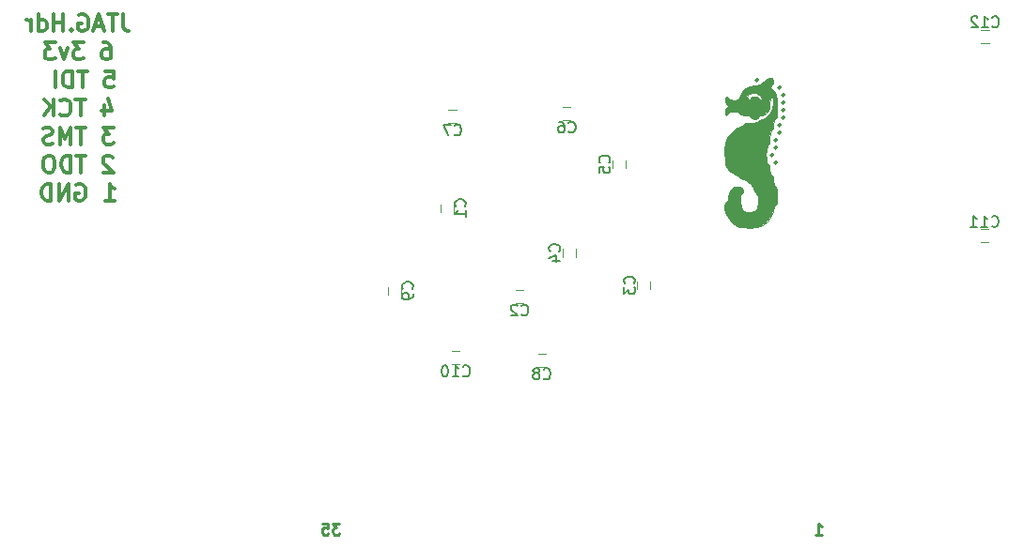
<source format=gbo>
G04 #@! TF.FileFunction,Legend,Bot*
%FSLAX46Y46*%
G04 Gerber Fmt 4.6, Leading zero omitted, Abs format (unit mm)*
G04 Created by KiCad (PCBNEW 4.0.7) date 02/07/19 17:37:47*
%MOMM*%
%LPD*%
G01*
G04 APERTURE LIST*
%ADD10C,0.100000*%
%ADD11C,0.250000*%
%ADD12C,0.300000*%
%ADD13C,0.120000*%
%ADD14C,0.010000*%
%ADD15C,0.150000*%
G04 APERTURE END LIST*
D10*
D11*
X121809524Y-118952381D02*
X121190476Y-118952381D01*
X121523810Y-119333333D01*
X121380952Y-119333333D01*
X121285714Y-119380952D01*
X121238095Y-119428571D01*
X121190476Y-119523810D01*
X121190476Y-119761905D01*
X121238095Y-119857143D01*
X121285714Y-119904762D01*
X121380952Y-119952381D01*
X121666667Y-119952381D01*
X121761905Y-119904762D01*
X121809524Y-119857143D01*
X120285714Y-118952381D02*
X120761905Y-118952381D01*
X120809524Y-119428571D01*
X120761905Y-119380952D01*
X120666667Y-119333333D01*
X120428571Y-119333333D01*
X120333333Y-119380952D01*
X120285714Y-119428571D01*
X120238095Y-119523810D01*
X120238095Y-119761905D01*
X120285714Y-119857143D01*
X120333333Y-119904762D01*
X120428571Y-119952381D01*
X120666667Y-119952381D01*
X120761905Y-119904762D01*
X120809524Y-119857143D01*
X164714285Y-119952381D02*
X165285714Y-119952381D01*
X165000000Y-119952381D02*
X165000000Y-118952381D01*
X165095238Y-119095238D01*
X165190476Y-119190476D01*
X165285714Y-119238095D01*
D12*
X102285714Y-73028571D02*
X102285714Y-74100000D01*
X102357142Y-74314286D01*
X102499999Y-74457143D01*
X102714285Y-74528571D01*
X102857142Y-74528571D01*
X101785714Y-73028571D02*
X100928571Y-73028571D01*
X101357142Y-74528571D02*
X101357142Y-73028571D01*
X100500000Y-74100000D02*
X99785714Y-74100000D01*
X100642857Y-74528571D02*
X100142857Y-73028571D01*
X99642857Y-74528571D01*
X98357143Y-73100000D02*
X98500000Y-73028571D01*
X98714286Y-73028571D01*
X98928571Y-73100000D01*
X99071429Y-73242857D01*
X99142857Y-73385714D01*
X99214286Y-73671429D01*
X99214286Y-73885714D01*
X99142857Y-74171429D01*
X99071429Y-74314286D01*
X98928571Y-74457143D01*
X98714286Y-74528571D01*
X98571429Y-74528571D01*
X98357143Y-74457143D01*
X98285714Y-74385714D01*
X98285714Y-73885714D01*
X98571429Y-73885714D01*
X97642857Y-74385714D02*
X97571429Y-74457143D01*
X97642857Y-74528571D01*
X97714286Y-74457143D01*
X97642857Y-74385714D01*
X97642857Y-74528571D01*
X96928571Y-74528571D02*
X96928571Y-73028571D01*
X96928571Y-73742857D02*
X96071428Y-73742857D01*
X96071428Y-74528571D02*
X96071428Y-73028571D01*
X94714285Y-74528571D02*
X94714285Y-73028571D01*
X94714285Y-74457143D02*
X94857142Y-74528571D01*
X95142856Y-74528571D01*
X95285714Y-74457143D01*
X95357142Y-74385714D01*
X95428571Y-74242857D01*
X95428571Y-73814286D01*
X95357142Y-73671429D01*
X95285714Y-73600000D01*
X95142856Y-73528571D01*
X94857142Y-73528571D01*
X94714285Y-73600000D01*
X93999999Y-74528571D02*
X93999999Y-73528571D01*
X93999999Y-73814286D02*
X93928571Y-73671429D01*
X93857142Y-73600000D01*
X93714285Y-73528571D01*
X93571428Y-73528571D01*
X100535713Y-75578571D02*
X100821427Y-75578571D01*
X100964284Y-75650000D01*
X101035713Y-75721429D01*
X101178570Y-75935714D01*
X101249999Y-76221429D01*
X101249999Y-76792857D01*
X101178570Y-76935714D01*
X101107142Y-77007143D01*
X100964284Y-77078571D01*
X100678570Y-77078571D01*
X100535713Y-77007143D01*
X100464284Y-76935714D01*
X100392856Y-76792857D01*
X100392856Y-76435714D01*
X100464284Y-76292857D01*
X100535713Y-76221429D01*
X100678570Y-76150000D01*
X100964284Y-76150000D01*
X101107142Y-76221429D01*
X101178570Y-76292857D01*
X101249999Y-76435714D01*
X98749999Y-75578571D02*
X97821428Y-75578571D01*
X98321428Y-76150000D01*
X98107142Y-76150000D01*
X97964285Y-76221429D01*
X97892856Y-76292857D01*
X97821428Y-76435714D01*
X97821428Y-76792857D01*
X97892856Y-76935714D01*
X97964285Y-77007143D01*
X98107142Y-77078571D01*
X98535714Y-77078571D01*
X98678571Y-77007143D01*
X98749999Y-76935714D01*
X97321428Y-76078571D02*
X96964285Y-77078571D01*
X96607143Y-76078571D01*
X96178571Y-75578571D02*
X95250000Y-75578571D01*
X95750000Y-76150000D01*
X95535714Y-76150000D01*
X95392857Y-76221429D01*
X95321428Y-76292857D01*
X95250000Y-76435714D01*
X95250000Y-76792857D01*
X95321428Y-76935714D01*
X95392857Y-77007143D01*
X95535714Y-77078571D01*
X95964286Y-77078571D01*
X96107143Y-77007143D01*
X96178571Y-76935714D01*
X100714285Y-78128571D02*
X101428571Y-78128571D01*
X101500000Y-78842857D01*
X101428571Y-78771429D01*
X101285714Y-78700000D01*
X100928571Y-78700000D01*
X100785714Y-78771429D01*
X100714285Y-78842857D01*
X100642857Y-78985714D01*
X100642857Y-79342857D01*
X100714285Y-79485714D01*
X100785714Y-79557143D01*
X100928571Y-79628571D01*
X101285714Y-79628571D01*
X101428571Y-79557143D01*
X101500000Y-79485714D01*
X99071429Y-78128571D02*
X98214286Y-78128571D01*
X98642857Y-79628571D02*
X98642857Y-78128571D01*
X97714286Y-79628571D02*
X97714286Y-78128571D01*
X97357143Y-78128571D01*
X97142858Y-78200000D01*
X97000000Y-78342857D01*
X96928572Y-78485714D01*
X96857143Y-78771429D01*
X96857143Y-78985714D01*
X96928572Y-79271429D01*
X97000000Y-79414286D01*
X97142858Y-79557143D01*
X97357143Y-79628571D01*
X97714286Y-79628571D01*
X96214286Y-79628571D02*
X96214286Y-78128571D01*
X100607142Y-81178571D02*
X100607142Y-82178571D01*
X100964285Y-80607143D02*
X101321428Y-81678571D01*
X100392856Y-81678571D01*
X98892857Y-80678571D02*
X98035714Y-80678571D01*
X98464285Y-82178571D02*
X98464285Y-80678571D01*
X96678571Y-82035714D02*
X96750000Y-82107143D01*
X96964286Y-82178571D01*
X97107143Y-82178571D01*
X97321428Y-82107143D01*
X97464286Y-81964286D01*
X97535714Y-81821429D01*
X97607143Y-81535714D01*
X97607143Y-81321429D01*
X97535714Y-81035714D01*
X97464286Y-80892857D01*
X97321428Y-80750000D01*
X97107143Y-80678571D01*
X96964286Y-80678571D01*
X96750000Y-80750000D01*
X96678571Y-80821429D01*
X96035714Y-82178571D02*
X96035714Y-80678571D01*
X95178571Y-82178571D02*
X95821428Y-81321429D01*
X95178571Y-80678571D02*
X96035714Y-81535714D01*
X101464285Y-83228571D02*
X100535714Y-83228571D01*
X101035714Y-83800000D01*
X100821428Y-83800000D01*
X100678571Y-83871429D01*
X100607142Y-83942857D01*
X100535714Y-84085714D01*
X100535714Y-84442857D01*
X100607142Y-84585714D01*
X100678571Y-84657143D01*
X100821428Y-84728571D01*
X101250000Y-84728571D01*
X101392857Y-84657143D01*
X101464285Y-84585714D01*
X98964286Y-83228571D02*
X98107143Y-83228571D01*
X98535714Y-84728571D02*
X98535714Y-83228571D01*
X97607143Y-84728571D02*
X97607143Y-83228571D01*
X97107143Y-84300000D01*
X96607143Y-83228571D01*
X96607143Y-84728571D01*
X95964286Y-84657143D02*
X95750000Y-84728571D01*
X95392857Y-84728571D01*
X95250000Y-84657143D01*
X95178571Y-84585714D01*
X95107143Y-84442857D01*
X95107143Y-84300000D01*
X95178571Y-84157143D01*
X95250000Y-84085714D01*
X95392857Y-84014286D01*
X95678571Y-83942857D01*
X95821429Y-83871429D01*
X95892857Y-83800000D01*
X95964286Y-83657143D01*
X95964286Y-83514286D01*
X95892857Y-83371429D01*
X95821429Y-83300000D01*
X95678571Y-83228571D01*
X95321429Y-83228571D01*
X95107143Y-83300000D01*
X101357143Y-85921429D02*
X101285714Y-85850000D01*
X101142857Y-85778571D01*
X100785714Y-85778571D01*
X100642857Y-85850000D01*
X100571428Y-85921429D01*
X100500000Y-86064286D01*
X100500000Y-86207143D01*
X100571428Y-86421429D01*
X101428571Y-87278571D01*
X100500000Y-87278571D01*
X98928572Y-85778571D02*
X98071429Y-85778571D01*
X98500000Y-87278571D02*
X98500000Y-85778571D01*
X97571429Y-87278571D02*
X97571429Y-85778571D01*
X97214286Y-85778571D01*
X97000001Y-85850000D01*
X96857143Y-85992857D01*
X96785715Y-86135714D01*
X96714286Y-86421429D01*
X96714286Y-86635714D01*
X96785715Y-86921429D01*
X96857143Y-87064286D01*
X97000001Y-87207143D01*
X97214286Y-87278571D01*
X97571429Y-87278571D01*
X95785715Y-85778571D02*
X95500001Y-85778571D01*
X95357143Y-85850000D01*
X95214286Y-85992857D01*
X95142858Y-86278571D01*
X95142858Y-86778571D01*
X95214286Y-87064286D01*
X95357143Y-87207143D01*
X95500001Y-87278571D01*
X95785715Y-87278571D01*
X95928572Y-87207143D01*
X96071429Y-87064286D01*
X96142858Y-86778571D01*
X96142858Y-86278571D01*
X96071429Y-85992857D01*
X95928572Y-85850000D01*
X95785715Y-85778571D01*
X100678571Y-89828571D02*
X101535714Y-89828571D01*
X101107142Y-89828571D02*
X101107142Y-88328571D01*
X101249999Y-88542857D01*
X101392857Y-88685714D01*
X101535714Y-88757143D01*
X98107143Y-88400000D02*
X98250000Y-88328571D01*
X98464286Y-88328571D01*
X98678571Y-88400000D01*
X98821429Y-88542857D01*
X98892857Y-88685714D01*
X98964286Y-88971429D01*
X98964286Y-89185714D01*
X98892857Y-89471429D01*
X98821429Y-89614286D01*
X98678571Y-89757143D01*
X98464286Y-89828571D01*
X98321429Y-89828571D01*
X98107143Y-89757143D01*
X98035714Y-89685714D01*
X98035714Y-89185714D01*
X98321429Y-89185714D01*
X97392857Y-89828571D02*
X97392857Y-88328571D01*
X96535714Y-89828571D01*
X96535714Y-88328571D01*
X95821428Y-89828571D02*
X95821428Y-88328571D01*
X95464285Y-88328571D01*
X95250000Y-88400000D01*
X95107142Y-88542857D01*
X95035714Y-88685714D01*
X94964285Y-88971429D01*
X94964285Y-89185714D01*
X95035714Y-89471429D01*
X95107142Y-89614286D01*
X95250000Y-89757143D01*
X95464285Y-89828571D01*
X95821428Y-89828571D01*
D13*
X132100000Y-90850000D02*
X132100000Y-90150000D01*
X130900000Y-90150000D02*
X130900000Y-90850000D01*
X137700000Y-99100000D02*
X138400000Y-99100000D01*
X138400000Y-97900000D02*
X137700000Y-97900000D01*
X141900000Y-94200000D02*
X141900000Y-94900000D01*
X143100000Y-94900000D02*
X143100000Y-94200000D01*
X146400000Y-86200000D02*
X146400000Y-86900000D01*
X147600000Y-86900000D02*
X147600000Y-86200000D01*
X131650000Y-82850000D02*
X132350000Y-82850000D01*
X132350000Y-81650000D02*
X131650000Y-81650000D01*
X180300000Y-92400000D02*
X179600000Y-92400000D01*
X179600000Y-93600000D02*
X180300000Y-93600000D01*
X180350000Y-74400000D02*
X179650000Y-74400000D01*
X179650000Y-75600000D02*
X180350000Y-75600000D01*
X148650000Y-97100000D02*
X148650000Y-97800000D01*
X149850000Y-97800000D02*
X149850000Y-97100000D01*
X141950000Y-82600000D02*
X142650000Y-82600000D01*
X142650000Y-81400000D02*
X141950000Y-81400000D01*
X139700000Y-104850000D02*
X140400000Y-104850000D01*
X140400000Y-103650000D02*
X139700000Y-103650000D01*
X127350000Y-98300000D02*
X127350000Y-97600000D01*
X126150000Y-97600000D02*
X126150000Y-98300000D01*
X131950000Y-104600000D02*
X132650000Y-104600000D01*
X132650000Y-103400000D02*
X131950000Y-103400000D01*
D14*
G36*
X160242126Y-78904833D02*
X160096666Y-79065334D01*
X159689563Y-79347840D01*
X159289588Y-79404000D01*
X158787895Y-79520309D01*
X158317086Y-79812257D01*
X157986186Y-80194379D01*
X157895333Y-80496970D01*
X157755257Y-80702064D01*
X157387333Y-80758667D01*
X157030650Y-80709618D01*
X156879372Y-80591440D01*
X156879333Y-80589334D01*
X156750475Y-80424921D01*
X156710000Y-80420000D01*
X156567511Y-80547992D01*
X156553398Y-80824907D01*
X156658569Y-81090155D01*
X156752333Y-81167889D01*
X156876862Y-81279095D01*
X156752333Y-81365445D01*
X156591292Y-81565208D01*
X156545022Y-81856401D01*
X156622611Y-82078434D01*
X156710000Y-82113334D01*
X156874413Y-81984475D01*
X156879333Y-81944000D01*
X157026478Y-81825106D01*
X157381013Y-81774680D01*
X157387333Y-81774667D01*
X157744017Y-81823715D01*
X157895294Y-81941893D01*
X157895333Y-81944000D01*
X158042478Y-82062895D01*
X158397013Y-82113320D01*
X158403333Y-82113334D01*
X158760017Y-82162382D01*
X158911294Y-82280560D01*
X158911333Y-82282667D01*
X159053158Y-82420247D01*
X159250000Y-82452000D01*
X159525161Y-82381088D01*
X159588666Y-82282667D01*
X159726635Y-82134394D01*
X159854762Y-82113333D01*
X160259323Y-81961682D01*
X160523534Y-81549717D01*
X160604666Y-81024762D01*
X160646406Y-80628249D01*
X160652953Y-80615409D01*
X159908146Y-80615409D01*
X159839982Y-80750287D01*
X159758000Y-80758667D01*
X159593587Y-80629808D01*
X159588666Y-80589334D01*
X159446842Y-80451753D01*
X159250000Y-80420000D01*
X158974839Y-80490913D01*
X158911333Y-80589334D01*
X158782475Y-80753746D01*
X158742000Y-80758667D01*
X158604419Y-80616842D01*
X158572666Y-80420000D01*
X158705845Y-80169486D01*
X159025370Y-80073762D01*
X159411230Y-80143265D01*
X159685428Y-80323238D01*
X159908146Y-80615409D01*
X160652953Y-80615409D01*
X160749298Y-80426465D01*
X160774000Y-80420000D01*
X160885348Y-80568994D01*
X160941652Y-80935945D01*
X160943333Y-81020364D01*
X160828832Y-81546270D01*
X160539215Y-82029109D01*
X160155314Y-82363003D01*
X159850363Y-82452000D01*
X159620124Y-82541086D01*
X159588666Y-82621334D01*
X159438442Y-82727370D01*
X159063164Y-82786349D01*
X158911333Y-82790667D01*
X158487185Y-82828223D01*
X158251272Y-82922043D01*
X158234000Y-82960000D01*
X158096459Y-83109310D01*
X157974355Y-83129334D01*
X157709030Y-83242103D01*
X157329306Y-83528460D01*
X157127689Y-83716356D01*
X156819005Y-84046798D01*
X156643225Y-84338567D01*
X156563096Y-84704975D01*
X156541369Y-85259336D01*
X156540666Y-85502053D01*
X156555681Y-86162500D01*
X156618553Y-86588798D01*
X156756021Y-86884805D01*
X156956303Y-87116364D01*
X157310699Y-87399952D01*
X157614034Y-87530958D01*
X157633636Y-87532000D01*
X157863876Y-87621086D01*
X157895333Y-87701334D01*
X158033012Y-87850312D01*
X158157030Y-87870667D01*
X158479288Y-87999354D01*
X158847170Y-88306894D01*
X159142891Y-88675503D01*
X159250000Y-88963637D01*
X159339086Y-89193876D01*
X159419333Y-89225334D01*
X159543788Y-89368073D01*
X159586000Y-89713431D01*
X159552183Y-90137116D01*
X159448552Y-90514834D01*
X159346762Y-90676762D01*
X158918973Y-90893177D01*
X158431347Y-90857724D01*
X158137238Y-90676762D01*
X157991583Y-90395504D01*
X157911705Y-89987536D01*
X157903819Y-89577150D01*
X157974138Y-89288637D01*
X158064666Y-89225334D01*
X158202247Y-89083509D01*
X158234000Y-88886667D01*
X158100822Y-88636152D01*
X157781296Y-88540428D01*
X157395437Y-88609932D01*
X157121238Y-88789905D01*
X156932877Y-89141269D01*
X156879333Y-89467238D01*
X156822838Y-89791209D01*
X156710000Y-89902667D01*
X156598499Y-90051625D01*
X156542288Y-90418332D01*
X156540666Y-90500978D01*
X156618308Y-90986807D01*
X156895056Y-91435424D01*
X157127689Y-91686311D01*
X157479678Y-92011196D01*
X157790913Y-92185701D01*
X158188983Y-92254294D01*
X158778689Y-92261695D01*
X159385674Y-92239083D01*
X159779791Y-92157294D01*
X160086571Y-91970617D01*
X160393000Y-91673839D01*
X160759607Y-91191888D01*
X160936804Y-90748794D01*
X160943333Y-90669478D01*
X161000704Y-90348954D01*
X161112666Y-90241334D01*
X161209262Y-90089040D01*
X161270572Y-89699649D01*
X161282000Y-89394667D01*
X161251541Y-88911692D01*
X161173663Y-88605137D01*
X161112666Y-88548000D01*
X160993772Y-88400855D01*
X160943346Y-88046320D01*
X160943333Y-88040000D01*
X160894285Y-87683317D01*
X160776107Y-87532039D01*
X160774000Y-87532000D01*
X160655105Y-87384855D01*
X160604680Y-87030320D01*
X160604666Y-87024000D01*
X160555618Y-86667317D01*
X160437440Y-86516039D01*
X160435333Y-86516000D01*
X160338738Y-86363706D01*
X160277427Y-85974316D01*
X160266000Y-85669334D01*
X160296459Y-85186358D01*
X160374337Y-84879804D01*
X160435333Y-84822667D01*
X160541370Y-84672443D01*
X160600349Y-84297164D01*
X160604666Y-84145334D01*
X160642223Y-83721186D01*
X160736042Y-83485272D01*
X160774000Y-83468000D01*
X160892894Y-83320855D01*
X160943320Y-82966320D01*
X160943333Y-82960000D01*
X160992382Y-82603317D01*
X161110560Y-82452039D01*
X161112666Y-82452000D01*
X161200714Y-82296177D01*
X161261148Y-81882030D01*
X161282000Y-81328862D01*
X161264057Y-80687073D01*
X161192498Y-80280809D01*
X161040728Y-80008008D01*
X160901000Y-79866731D01*
X160665549Y-79592271D01*
X160731666Y-79451758D01*
X160908835Y-79240648D01*
X160943333Y-79051222D01*
X160830440Y-78788668D01*
X160561722Y-78740455D01*
X160242126Y-78904833D01*
X160242126Y-78904833D01*
G37*
X160242126Y-78904833D02*
X160096666Y-79065334D01*
X159689563Y-79347840D01*
X159289588Y-79404000D01*
X158787895Y-79520309D01*
X158317086Y-79812257D01*
X157986186Y-80194379D01*
X157895333Y-80496970D01*
X157755257Y-80702064D01*
X157387333Y-80758667D01*
X157030650Y-80709618D01*
X156879372Y-80591440D01*
X156879333Y-80589334D01*
X156750475Y-80424921D01*
X156710000Y-80420000D01*
X156567511Y-80547992D01*
X156553398Y-80824907D01*
X156658569Y-81090155D01*
X156752333Y-81167889D01*
X156876862Y-81279095D01*
X156752333Y-81365445D01*
X156591292Y-81565208D01*
X156545022Y-81856401D01*
X156622611Y-82078434D01*
X156710000Y-82113334D01*
X156874413Y-81984475D01*
X156879333Y-81944000D01*
X157026478Y-81825106D01*
X157381013Y-81774680D01*
X157387333Y-81774667D01*
X157744017Y-81823715D01*
X157895294Y-81941893D01*
X157895333Y-81944000D01*
X158042478Y-82062895D01*
X158397013Y-82113320D01*
X158403333Y-82113334D01*
X158760017Y-82162382D01*
X158911294Y-82280560D01*
X158911333Y-82282667D01*
X159053158Y-82420247D01*
X159250000Y-82452000D01*
X159525161Y-82381088D01*
X159588666Y-82282667D01*
X159726635Y-82134394D01*
X159854762Y-82113333D01*
X160259323Y-81961682D01*
X160523534Y-81549717D01*
X160604666Y-81024762D01*
X160646406Y-80628249D01*
X160652953Y-80615409D01*
X159908146Y-80615409D01*
X159839982Y-80750287D01*
X159758000Y-80758667D01*
X159593587Y-80629808D01*
X159588666Y-80589334D01*
X159446842Y-80451753D01*
X159250000Y-80420000D01*
X158974839Y-80490913D01*
X158911333Y-80589334D01*
X158782475Y-80753746D01*
X158742000Y-80758667D01*
X158604419Y-80616842D01*
X158572666Y-80420000D01*
X158705845Y-80169486D01*
X159025370Y-80073762D01*
X159411230Y-80143265D01*
X159685428Y-80323238D01*
X159908146Y-80615409D01*
X160652953Y-80615409D01*
X160749298Y-80426465D01*
X160774000Y-80420000D01*
X160885348Y-80568994D01*
X160941652Y-80935945D01*
X160943333Y-81020364D01*
X160828832Y-81546270D01*
X160539215Y-82029109D01*
X160155314Y-82363003D01*
X159850363Y-82452000D01*
X159620124Y-82541086D01*
X159588666Y-82621334D01*
X159438442Y-82727370D01*
X159063164Y-82786349D01*
X158911333Y-82790667D01*
X158487185Y-82828223D01*
X158251272Y-82922043D01*
X158234000Y-82960000D01*
X158096459Y-83109310D01*
X157974355Y-83129334D01*
X157709030Y-83242103D01*
X157329306Y-83528460D01*
X157127689Y-83716356D01*
X156819005Y-84046798D01*
X156643225Y-84338567D01*
X156563096Y-84704975D01*
X156541369Y-85259336D01*
X156540666Y-85502053D01*
X156555681Y-86162500D01*
X156618553Y-86588798D01*
X156756021Y-86884805D01*
X156956303Y-87116364D01*
X157310699Y-87399952D01*
X157614034Y-87530958D01*
X157633636Y-87532000D01*
X157863876Y-87621086D01*
X157895333Y-87701334D01*
X158033012Y-87850312D01*
X158157030Y-87870667D01*
X158479288Y-87999354D01*
X158847170Y-88306894D01*
X159142891Y-88675503D01*
X159250000Y-88963637D01*
X159339086Y-89193876D01*
X159419333Y-89225334D01*
X159543788Y-89368073D01*
X159586000Y-89713431D01*
X159552183Y-90137116D01*
X159448552Y-90514834D01*
X159346762Y-90676762D01*
X158918973Y-90893177D01*
X158431347Y-90857724D01*
X158137238Y-90676762D01*
X157991583Y-90395504D01*
X157911705Y-89987536D01*
X157903819Y-89577150D01*
X157974138Y-89288637D01*
X158064666Y-89225334D01*
X158202247Y-89083509D01*
X158234000Y-88886667D01*
X158100822Y-88636152D01*
X157781296Y-88540428D01*
X157395437Y-88609932D01*
X157121238Y-88789905D01*
X156932877Y-89141269D01*
X156879333Y-89467238D01*
X156822838Y-89791209D01*
X156710000Y-89902667D01*
X156598499Y-90051625D01*
X156542288Y-90418332D01*
X156540666Y-90500978D01*
X156618308Y-90986807D01*
X156895056Y-91435424D01*
X157127689Y-91686311D01*
X157479678Y-92011196D01*
X157790913Y-92185701D01*
X158188983Y-92254294D01*
X158778689Y-92261695D01*
X159385674Y-92239083D01*
X159779791Y-92157294D01*
X160086571Y-91970617D01*
X160393000Y-91673839D01*
X160759607Y-91191888D01*
X160936804Y-90748794D01*
X160943333Y-90669478D01*
X161000704Y-90348954D01*
X161112666Y-90241334D01*
X161209262Y-90089040D01*
X161270572Y-89699649D01*
X161282000Y-89394667D01*
X161251541Y-88911692D01*
X161173663Y-88605137D01*
X161112666Y-88548000D01*
X160993772Y-88400855D01*
X160943346Y-88046320D01*
X160943333Y-88040000D01*
X160894285Y-87683317D01*
X160776107Y-87532039D01*
X160774000Y-87532000D01*
X160655105Y-87384855D01*
X160604680Y-87030320D01*
X160604666Y-87024000D01*
X160555618Y-86667317D01*
X160437440Y-86516039D01*
X160435333Y-86516000D01*
X160338738Y-86363706D01*
X160277427Y-85974316D01*
X160266000Y-85669334D01*
X160296459Y-85186358D01*
X160374337Y-84879804D01*
X160435333Y-84822667D01*
X160541370Y-84672443D01*
X160600349Y-84297164D01*
X160604666Y-84145334D01*
X160642223Y-83721186D01*
X160736042Y-83485272D01*
X160774000Y-83468000D01*
X160892894Y-83320855D01*
X160943320Y-82966320D01*
X160943333Y-82960000D01*
X160992382Y-82603317D01*
X161110560Y-82452039D01*
X161112666Y-82452000D01*
X161200714Y-82296177D01*
X161261148Y-81882030D01*
X161282000Y-81328862D01*
X161264057Y-80687073D01*
X161192498Y-80280809D01*
X161040728Y-80008008D01*
X160901000Y-79866731D01*
X160665549Y-79592271D01*
X160731666Y-79451758D01*
X160908835Y-79240648D01*
X160943333Y-79051222D01*
X160830440Y-78788668D01*
X160561722Y-78740455D01*
X160242126Y-78904833D01*
G36*
X160948254Y-86306192D02*
X160943333Y-86346667D01*
X161072192Y-86511080D01*
X161112666Y-86516000D01*
X161277079Y-86387142D01*
X161282000Y-86346667D01*
X161153141Y-86182254D01*
X161112666Y-86177334D01*
X160948254Y-86306192D01*
X160948254Y-86306192D01*
G37*
X160948254Y-86306192D02*
X160943333Y-86346667D01*
X161072192Y-86511080D01*
X161112666Y-86516000D01*
X161277079Y-86387142D01*
X161282000Y-86346667D01*
X161153141Y-86182254D01*
X161112666Y-86177334D01*
X160948254Y-86306192D01*
G36*
X160609587Y-85628859D02*
X160604666Y-85669334D01*
X160733525Y-85833746D01*
X160774000Y-85838667D01*
X160938413Y-85709808D01*
X160943333Y-85669334D01*
X160814475Y-85504921D01*
X160774000Y-85500000D01*
X160609587Y-85628859D01*
X160609587Y-85628859D01*
G37*
X160609587Y-85628859D02*
X160604666Y-85669334D01*
X160733525Y-85833746D01*
X160774000Y-85838667D01*
X160938413Y-85709808D01*
X160943333Y-85669334D01*
X160814475Y-85504921D01*
X160774000Y-85500000D01*
X160609587Y-85628859D01*
G36*
X160948254Y-84951525D02*
X160943333Y-84992000D01*
X161072192Y-85156413D01*
X161112666Y-85161334D01*
X161277079Y-85032475D01*
X161282000Y-84992000D01*
X161153141Y-84827587D01*
X161112666Y-84822667D01*
X160948254Y-84951525D01*
X160948254Y-84951525D01*
G37*
X160948254Y-84951525D02*
X160943333Y-84992000D01*
X161072192Y-85156413D01*
X161112666Y-85161334D01*
X161277079Y-85032475D01*
X161282000Y-84992000D01*
X161153141Y-84827587D01*
X161112666Y-84822667D01*
X160948254Y-84951525D01*
G36*
X160948254Y-84274192D02*
X160943333Y-84314667D01*
X161072192Y-84479080D01*
X161112666Y-84484000D01*
X161277079Y-84355142D01*
X161282000Y-84314667D01*
X161153141Y-84150254D01*
X161112666Y-84145334D01*
X160948254Y-84274192D01*
X160948254Y-84274192D01*
G37*
X160948254Y-84274192D02*
X160943333Y-84314667D01*
X161072192Y-84479080D01*
X161112666Y-84484000D01*
X161277079Y-84355142D01*
X161282000Y-84314667D01*
X161153141Y-84150254D01*
X161112666Y-84145334D01*
X160948254Y-84274192D01*
G36*
X161286920Y-83596859D02*
X161282000Y-83637334D01*
X161410858Y-83801746D01*
X161451333Y-83806667D01*
X161615746Y-83677808D01*
X161620666Y-83637334D01*
X161491808Y-83472921D01*
X161451333Y-83468000D01*
X161286920Y-83596859D01*
X161286920Y-83596859D01*
G37*
X161286920Y-83596859D02*
X161282000Y-83637334D01*
X161410858Y-83801746D01*
X161451333Y-83806667D01*
X161615746Y-83677808D01*
X161620666Y-83637334D01*
X161491808Y-83472921D01*
X161451333Y-83468000D01*
X161286920Y-83596859D01*
G36*
X161286920Y-82919525D02*
X161282000Y-82960000D01*
X161410858Y-83124413D01*
X161451333Y-83129334D01*
X161615746Y-83000475D01*
X161620666Y-82960000D01*
X161491808Y-82795587D01*
X161451333Y-82790667D01*
X161286920Y-82919525D01*
X161286920Y-82919525D01*
G37*
X161286920Y-82919525D02*
X161282000Y-82960000D01*
X161410858Y-83124413D01*
X161451333Y-83129334D01*
X161615746Y-83000475D01*
X161620666Y-82960000D01*
X161491808Y-82795587D01*
X161451333Y-82790667D01*
X161286920Y-82919525D01*
G36*
X161625587Y-82242192D02*
X161620666Y-82282667D01*
X161749525Y-82447080D01*
X161790000Y-82452000D01*
X161954413Y-82323142D01*
X161959333Y-82282667D01*
X161830475Y-82118254D01*
X161790000Y-82113334D01*
X161625587Y-82242192D01*
X161625587Y-82242192D01*
G37*
X161625587Y-82242192D02*
X161620666Y-82282667D01*
X161749525Y-82447080D01*
X161790000Y-82452000D01*
X161954413Y-82323142D01*
X161959333Y-82282667D01*
X161830475Y-82118254D01*
X161790000Y-82113334D01*
X161625587Y-82242192D01*
G36*
X161625587Y-81564859D02*
X161620666Y-81605334D01*
X161749525Y-81769746D01*
X161790000Y-81774667D01*
X161954413Y-81645808D01*
X161959333Y-81605334D01*
X161830475Y-81440921D01*
X161790000Y-81436000D01*
X161625587Y-81564859D01*
X161625587Y-81564859D01*
G37*
X161625587Y-81564859D02*
X161620666Y-81605334D01*
X161749525Y-81769746D01*
X161790000Y-81774667D01*
X161954413Y-81645808D01*
X161959333Y-81605334D01*
X161830475Y-81440921D01*
X161790000Y-81436000D01*
X161625587Y-81564859D01*
G36*
X161625587Y-80887525D02*
X161620666Y-80928000D01*
X161749525Y-81092413D01*
X161790000Y-81097334D01*
X161954413Y-80968475D01*
X161959333Y-80928000D01*
X161830475Y-80763587D01*
X161790000Y-80758667D01*
X161625587Y-80887525D01*
X161625587Y-80887525D01*
G37*
X161625587Y-80887525D02*
X161620666Y-80928000D01*
X161749525Y-81092413D01*
X161790000Y-81097334D01*
X161954413Y-80968475D01*
X161959333Y-80928000D01*
X161830475Y-80763587D01*
X161790000Y-80758667D01*
X161625587Y-80887525D01*
G36*
X161625587Y-80210192D02*
X161620666Y-80250667D01*
X161749525Y-80415080D01*
X161790000Y-80420000D01*
X161954413Y-80291142D01*
X161959333Y-80250667D01*
X161830475Y-80086254D01*
X161790000Y-80081334D01*
X161625587Y-80210192D01*
X161625587Y-80210192D01*
G37*
X161625587Y-80210192D02*
X161620666Y-80250667D01*
X161749525Y-80415080D01*
X161790000Y-80420000D01*
X161954413Y-80291142D01*
X161959333Y-80250667D01*
X161830475Y-80086254D01*
X161790000Y-80081334D01*
X161625587Y-80210192D01*
G36*
X161286920Y-79532859D02*
X161282000Y-79573334D01*
X161410858Y-79737746D01*
X161451333Y-79742667D01*
X161615746Y-79613808D01*
X161620666Y-79573334D01*
X161491808Y-79408921D01*
X161451333Y-79404000D01*
X161286920Y-79532859D01*
X161286920Y-79532859D01*
G37*
X161286920Y-79532859D02*
X161282000Y-79573334D01*
X161410858Y-79737746D01*
X161451333Y-79742667D01*
X161615746Y-79613808D01*
X161620666Y-79573334D01*
X161491808Y-79408921D01*
X161451333Y-79404000D01*
X161286920Y-79532859D01*
G36*
X159254920Y-78855525D02*
X159250000Y-78896000D01*
X159378858Y-79060413D01*
X159419333Y-79065334D01*
X159583746Y-78936475D01*
X159588666Y-78896000D01*
X159459808Y-78731587D01*
X159419333Y-78726667D01*
X159254920Y-78855525D01*
X159254920Y-78855525D01*
G37*
X159254920Y-78855525D02*
X159250000Y-78896000D01*
X159378858Y-79060413D01*
X159419333Y-79065334D01*
X159583746Y-78936475D01*
X159588666Y-78896000D01*
X159459808Y-78731587D01*
X159419333Y-78726667D01*
X159254920Y-78855525D01*
D15*
X133107143Y-90333334D02*
X133154762Y-90285715D01*
X133202381Y-90142858D01*
X133202381Y-90047620D01*
X133154762Y-89904762D01*
X133059524Y-89809524D01*
X132964286Y-89761905D01*
X132773810Y-89714286D01*
X132630952Y-89714286D01*
X132440476Y-89761905D01*
X132345238Y-89809524D01*
X132250000Y-89904762D01*
X132202381Y-90047620D01*
X132202381Y-90142858D01*
X132250000Y-90285715D01*
X132297619Y-90333334D01*
X133202381Y-91285715D02*
X133202381Y-90714286D01*
X133202381Y-91000000D02*
X132202381Y-91000000D01*
X132345238Y-90904762D01*
X132440476Y-90809524D01*
X132488095Y-90714286D01*
X138216666Y-100107143D02*
X138264285Y-100154762D01*
X138407142Y-100202381D01*
X138502380Y-100202381D01*
X138645238Y-100154762D01*
X138740476Y-100059524D01*
X138788095Y-99964286D01*
X138835714Y-99773810D01*
X138835714Y-99630952D01*
X138788095Y-99440476D01*
X138740476Y-99345238D01*
X138645238Y-99250000D01*
X138502380Y-99202381D01*
X138407142Y-99202381D01*
X138264285Y-99250000D01*
X138216666Y-99297619D01*
X137835714Y-99297619D02*
X137788095Y-99250000D01*
X137692857Y-99202381D01*
X137454761Y-99202381D01*
X137359523Y-99250000D01*
X137311904Y-99297619D01*
X137264285Y-99392857D01*
X137264285Y-99488095D01*
X137311904Y-99630952D01*
X137883333Y-100202381D01*
X137264285Y-100202381D01*
X141607143Y-94383334D02*
X141654762Y-94335715D01*
X141702381Y-94192858D01*
X141702381Y-94097620D01*
X141654762Y-93954762D01*
X141559524Y-93859524D01*
X141464286Y-93811905D01*
X141273810Y-93764286D01*
X141130952Y-93764286D01*
X140940476Y-93811905D01*
X140845238Y-93859524D01*
X140750000Y-93954762D01*
X140702381Y-94097620D01*
X140702381Y-94192858D01*
X140750000Y-94335715D01*
X140797619Y-94383334D01*
X141035714Y-95240477D02*
X141702381Y-95240477D01*
X140654762Y-95002381D02*
X141369048Y-94764286D01*
X141369048Y-95383334D01*
X146107143Y-86383334D02*
X146154762Y-86335715D01*
X146202381Y-86192858D01*
X146202381Y-86097620D01*
X146154762Y-85954762D01*
X146059524Y-85859524D01*
X145964286Y-85811905D01*
X145773810Y-85764286D01*
X145630952Y-85764286D01*
X145440476Y-85811905D01*
X145345238Y-85859524D01*
X145250000Y-85954762D01*
X145202381Y-86097620D01*
X145202381Y-86192858D01*
X145250000Y-86335715D01*
X145297619Y-86383334D01*
X145202381Y-87288096D02*
X145202381Y-86811905D01*
X145678571Y-86764286D01*
X145630952Y-86811905D01*
X145583333Y-86907143D01*
X145583333Y-87145239D01*
X145630952Y-87240477D01*
X145678571Y-87288096D01*
X145773810Y-87335715D01*
X146011905Y-87335715D01*
X146107143Y-87288096D01*
X146154762Y-87240477D01*
X146202381Y-87145239D01*
X146202381Y-86907143D01*
X146154762Y-86811905D01*
X146107143Y-86764286D01*
X132166666Y-83857143D02*
X132214285Y-83904762D01*
X132357142Y-83952381D01*
X132452380Y-83952381D01*
X132595238Y-83904762D01*
X132690476Y-83809524D01*
X132738095Y-83714286D01*
X132785714Y-83523810D01*
X132785714Y-83380952D01*
X132738095Y-83190476D01*
X132690476Y-83095238D01*
X132595238Y-83000000D01*
X132452380Y-82952381D01*
X132357142Y-82952381D01*
X132214285Y-83000000D01*
X132166666Y-83047619D01*
X131833333Y-82952381D02*
X131166666Y-82952381D01*
X131595238Y-83952381D01*
X180592857Y-92107143D02*
X180640476Y-92154762D01*
X180783333Y-92202381D01*
X180878571Y-92202381D01*
X181021429Y-92154762D01*
X181116667Y-92059524D01*
X181164286Y-91964286D01*
X181211905Y-91773810D01*
X181211905Y-91630952D01*
X181164286Y-91440476D01*
X181116667Y-91345238D01*
X181021429Y-91250000D01*
X180878571Y-91202381D01*
X180783333Y-91202381D01*
X180640476Y-91250000D01*
X180592857Y-91297619D01*
X179640476Y-92202381D02*
X180211905Y-92202381D01*
X179926191Y-92202381D02*
X179926191Y-91202381D01*
X180021429Y-91345238D01*
X180116667Y-91440476D01*
X180211905Y-91488095D01*
X178688095Y-92202381D02*
X179259524Y-92202381D01*
X178973810Y-92202381D02*
X178973810Y-91202381D01*
X179069048Y-91345238D01*
X179164286Y-91440476D01*
X179259524Y-91488095D01*
X180642857Y-74107143D02*
X180690476Y-74154762D01*
X180833333Y-74202381D01*
X180928571Y-74202381D01*
X181071429Y-74154762D01*
X181166667Y-74059524D01*
X181214286Y-73964286D01*
X181261905Y-73773810D01*
X181261905Y-73630952D01*
X181214286Y-73440476D01*
X181166667Y-73345238D01*
X181071429Y-73250000D01*
X180928571Y-73202381D01*
X180833333Y-73202381D01*
X180690476Y-73250000D01*
X180642857Y-73297619D01*
X179690476Y-74202381D02*
X180261905Y-74202381D01*
X179976191Y-74202381D02*
X179976191Y-73202381D01*
X180071429Y-73345238D01*
X180166667Y-73440476D01*
X180261905Y-73488095D01*
X179309524Y-73297619D02*
X179261905Y-73250000D01*
X179166667Y-73202381D01*
X178928571Y-73202381D01*
X178833333Y-73250000D01*
X178785714Y-73297619D01*
X178738095Y-73392857D01*
X178738095Y-73488095D01*
X178785714Y-73630952D01*
X179357143Y-74202381D01*
X178738095Y-74202381D01*
X148357143Y-97283334D02*
X148404762Y-97235715D01*
X148452381Y-97092858D01*
X148452381Y-96997620D01*
X148404762Y-96854762D01*
X148309524Y-96759524D01*
X148214286Y-96711905D01*
X148023810Y-96664286D01*
X147880952Y-96664286D01*
X147690476Y-96711905D01*
X147595238Y-96759524D01*
X147500000Y-96854762D01*
X147452381Y-96997620D01*
X147452381Y-97092858D01*
X147500000Y-97235715D01*
X147547619Y-97283334D01*
X147452381Y-97616667D02*
X147452381Y-98235715D01*
X147833333Y-97902381D01*
X147833333Y-98045239D01*
X147880952Y-98140477D01*
X147928571Y-98188096D01*
X148023810Y-98235715D01*
X148261905Y-98235715D01*
X148357143Y-98188096D01*
X148404762Y-98140477D01*
X148452381Y-98045239D01*
X148452381Y-97759524D01*
X148404762Y-97664286D01*
X148357143Y-97616667D01*
X142466666Y-83607143D02*
X142514285Y-83654762D01*
X142657142Y-83702381D01*
X142752380Y-83702381D01*
X142895238Y-83654762D01*
X142990476Y-83559524D01*
X143038095Y-83464286D01*
X143085714Y-83273810D01*
X143085714Y-83130952D01*
X143038095Y-82940476D01*
X142990476Y-82845238D01*
X142895238Y-82750000D01*
X142752380Y-82702381D01*
X142657142Y-82702381D01*
X142514285Y-82750000D01*
X142466666Y-82797619D01*
X141609523Y-82702381D02*
X141800000Y-82702381D01*
X141895238Y-82750000D01*
X141942857Y-82797619D01*
X142038095Y-82940476D01*
X142085714Y-83130952D01*
X142085714Y-83511905D01*
X142038095Y-83607143D01*
X141990476Y-83654762D01*
X141895238Y-83702381D01*
X141704761Y-83702381D01*
X141609523Y-83654762D01*
X141561904Y-83607143D01*
X141514285Y-83511905D01*
X141514285Y-83273810D01*
X141561904Y-83178571D01*
X141609523Y-83130952D01*
X141704761Y-83083333D01*
X141895238Y-83083333D01*
X141990476Y-83130952D01*
X142038095Y-83178571D01*
X142085714Y-83273810D01*
X140216666Y-105857143D02*
X140264285Y-105904762D01*
X140407142Y-105952381D01*
X140502380Y-105952381D01*
X140645238Y-105904762D01*
X140740476Y-105809524D01*
X140788095Y-105714286D01*
X140835714Y-105523810D01*
X140835714Y-105380952D01*
X140788095Y-105190476D01*
X140740476Y-105095238D01*
X140645238Y-105000000D01*
X140502380Y-104952381D01*
X140407142Y-104952381D01*
X140264285Y-105000000D01*
X140216666Y-105047619D01*
X139645238Y-105380952D02*
X139740476Y-105333333D01*
X139788095Y-105285714D01*
X139835714Y-105190476D01*
X139835714Y-105142857D01*
X139788095Y-105047619D01*
X139740476Y-105000000D01*
X139645238Y-104952381D01*
X139454761Y-104952381D01*
X139359523Y-105000000D01*
X139311904Y-105047619D01*
X139264285Y-105142857D01*
X139264285Y-105190476D01*
X139311904Y-105285714D01*
X139359523Y-105333333D01*
X139454761Y-105380952D01*
X139645238Y-105380952D01*
X139740476Y-105428571D01*
X139788095Y-105476190D01*
X139835714Y-105571429D01*
X139835714Y-105761905D01*
X139788095Y-105857143D01*
X139740476Y-105904762D01*
X139645238Y-105952381D01*
X139454761Y-105952381D01*
X139359523Y-105904762D01*
X139311904Y-105857143D01*
X139264285Y-105761905D01*
X139264285Y-105571429D01*
X139311904Y-105476190D01*
X139359523Y-105428571D01*
X139454761Y-105380952D01*
X128357143Y-97783334D02*
X128404762Y-97735715D01*
X128452381Y-97592858D01*
X128452381Y-97497620D01*
X128404762Y-97354762D01*
X128309524Y-97259524D01*
X128214286Y-97211905D01*
X128023810Y-97164286D01*
X127880952Y-97164286D01*
X127690476Y-97211905D01*
X127595238Y-97259524D01*
X127500000Y-97354762D01*
X127452381Y-97497620D01*
X127452381Y-97592858D01*
X127500000Y-97735715D01*
X127547619Y-97783334D01*
X128452381Y-98259524D02*
X128452381Y-98450000D01*
X128404762Y-98545239D01*
X128357143Y-98592858D01*
X128214286Y-98688096D01*
X128023810Y-98735715D01*
X127642857Y-98735715D01*
X127547619Y-98688096D01*
X127500000Y-98640477D01*
X127452381Y-98545239D01*
X127452381Y-98354762D01*
X127500000Y-98259524D01*
X127547619Y-98211905D01*
X127642857Y-98164286D01*
X127880952Y-98164286D01*
X127976190Y-98211905D01*
X128023810Y-98259524D01*
X128071429Y-98354762D01*
X128071429Y-98545239D01*
X128023810Y-98640477D01*
X127976190Y-98688096D01*
X127880952Y-98735715D01*
X132942857Y-105607143D02*
X132990476Y-105654762D01*
X133133333Y-105702381D01*
X133228571Y-105702381D01*
X133371429Y-105654762D01*
X133466667Y-105559524D01*
X133514286Y-105464286D01*
X133561905Y-105273810D01*
X133561905Y-105130952D01*
X133514286Y-104940476D01*
X133466667Y-104845238D01*
X133371429Y-104750000D01*
X133228571Y-104702381D01*
X133133333Y-104702381D01*
X132990476Y-104750000D01*
X132942857Y-104797619D01*
X131990476Y-105702381D02*
X132561905Y-105702381D01*
X132276191Y-105702381D02*
X132276191Y-104702381D01*
X132371429Y-104845238D01*
X132466667Y-104940476D01*
X132561905Y-104988095D01*
X131371429Y-104702381D02*
X131276190Y-104702381D01*
X131180952Y-104750000D01*
X131133333Y-104797619D01*
X131085714Y-104892857D01*
X131038095Y-105083333D01*
X131038095Y-105321429D01*
X131085714Y-105511905D01*
X131133333Y-105607143D01*
X131180952Y-105654762D01*
X131276190Y-105702381D01*
X131371429Y-105702381D01*
X131466667Y-105654762D01*
X131514286Y-105607143D01*
X131561905Y-105511905D01*
X131609524Y-105321429D01*
X131609524Y-105083333D01*
X131561905Y-104892857D01*
X131514286Y-104797619D01*
X131466667Y-104750000D01*
X131371429Y-104702381D01*
M02*

</source>
